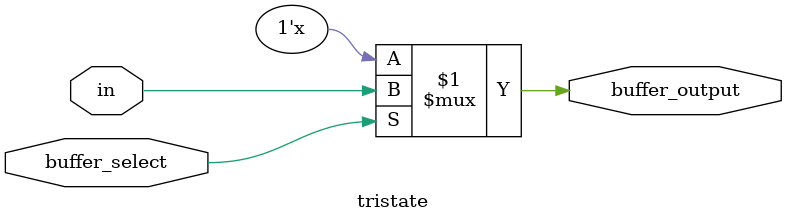
<source format=v>
/* This is defined as tristate buffer
Xuhui Gong
21/10/4
*/

module tristate(buffer_output, in, buffer_select);
   
	input in;
	input buffer_select;
	output buffer_output;
	
	assign buffer_output = buffer_select ? in : 1'bz;


endmodule



</source>
